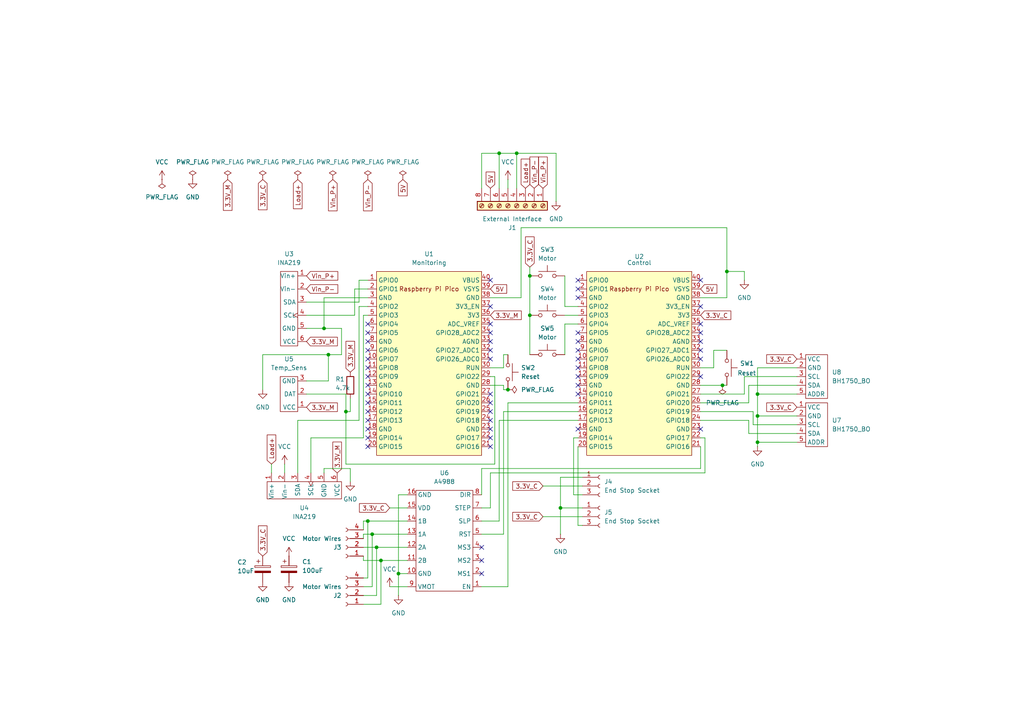
<source format=kicad_sch>
(kicad_sch (version 20231120) (generator "eeschema") (generator_version "8.0")
  (paper "A4")
  (title_block (title "SOL PCB") (date "2024-04-22") (rev "1") (company "Boston University"))
  (lib_symbols
    (symbol "Connector:Conn_01x03_Socket" (pin_names (offset 1.016) hide)
      (property "Reference" "J" (at 0 5.08 0))
      (property "Value" "Conn_01x03_Socket" (at 0 -5.08 0))
      (symbol "Conn_01x03_Socket_1_1"
        (arc (start 0 -2.032) (mid -0.5058 -2.54) (end 0 -3.048) (stroke (width 0.1524)))
        (polyline (pts (xy -1.27 -2.54) (xy -0.508 -2.54)) (stroke (width 0.1524)))
        (polyline (pts (xy -1.27 0) (xy -0.508 0)) (stroke (width 0.1524)))
        (polyline (pts (xy -1.27 2.54) (xy -0.508 2.54)) (stroke (width 0.1524)))
        (arc (start 0 0.508) (mid -0.5058 0) (end 0 -0.508) (stroke (width 0.1524)))
        (arc (start 0 3.048) (mid -0.5058 2.54) (end 0 2.032) (stroke (width 0.1524)))
        (pin passive line (at -5.08 2.54 0) (length 3.81) (name "Pin_1") (number "1"))
        (pin passive line (at -5.08 0 0) (length 3.81) (name "Pin_2") (number "2"))
        (pin passive line (at -5.08 -2.54 0) (length 3.81) (name "Pin_3") (number "3"))
      )
    )
    (symbol "Connector:Conn_01x04_Socket" (pin_names (offset 1.016) hide)
      (property "Reference" "J" (at 0 5.08 0))
      (property "Value" "Conn_01x04_Socket" (at 0 -7.62 0))
      (symbol "Conn_01x04_Socket_1_1"
        (arc (start 0 -4.572) (mid -0.5058 -5.08) (end 0 -5.588) (stroke (width 0.1524)))
        (arc (start 0 -2.032) (mid -0.5058 -2.54) (end 0 -3.048) (stroke (width 0.1524)))
        (polyline (pts (xy -1.27 -5.08) (xy -0.508 -5.08)) (stroke (width 0.1524)))
        (polyline (pts (xy -1.27 -2.54) (xy -0.508 -2.54)) (stroke (width 0.1524)))
        (polyline (pts (xy -1.27 0) (xy -0.508 0)) (stroke (width 0.1524)))
        (polyline (pts (xy -1.27 2.54) (xy -0.508 2.54)) (stroke (width 0.1524)))
        (arc (start 0 0.508) (mid -0.5058 0) (end 0 -0.508) (stroke (width 0.1524)))
        (arc (start 0 3.048) (mid -0.5058 2.54) (end 0 2.032) (stroke (width 0.1524)))
        (pin passive line (at -5.08 2.54 0) (length 3.81) (name "Pin_1") (number "1"))
        (pin passive line (at -5.08 0 0) (length 3.81) (name "Pin_2") (number "2"))
        (pin passive line (at -5.08 -2.54 0) (length 3.81) (name "Pin_3") (number "3"))
        (pin passive line (at -5.08 -5.08 0) (length 3.81) (name "Pin_4") (number "4"))
      )
    )
    (symbol "Connector:Screw_Terminal_01x08" (pin_names (offset 1.016) hide)
      (property "Reference" "J" (at 0 10.16 0))
      (property "Value" "Screw_Terminal_01x08" (at 0 -12.7 0))
      (symbol "Screw_Terminal_01x08_1_1"
        (rectangle (start -1.27 8.89) (end 1.27 -11.43) (stroke (width 0.254)) (fill (type background)))
        (circle (center 0 -10.16) (radius 0.635) (stroke (width 0.1524)))
        (circle (center 0 -7.62) (radius 0.635) (stroke (width 0.1524)))
        (circle (center 0 -5.08) (radius 0.635) (stroke (width 0.1524)))
        (circle (center 0 -2.54) (radius 0.635) (stroke (width 0.1524)))
        (polyline (pts (xy -0.5334 -9.8298) (xy 0.3302 -10.668)) (stroke (width 0.1524)))
        (polyline (pts (xy -0.5334 -7.2898) (xy 0.3302 -8.128)) (stroke (width 0.1524)))
        (polyline (pts (xy -0.5334 -4.7498) (xy 0.3302 -5.588)) (stroke (width 0.1524)))
        (polyline (pts (xy -0.5334 -2.2098) (xy 0.3302 -3.048)) (stroke (width 0.1524)))
        (polyline (pts (xy -0.5334 0.3302) (xy 0.3302 -0.508)) (stroke (width 0.1524)))
        (polyline (pts (xy -0.5334 2.8702) (xy 0.3302 2.032)) (stroke (width 0.1524)))
        (polyline (pts (xy -0.5334 5.4102) (xy 0.3302 4.572)) (stroke (width 0.1524)))
        (polyline (pts (xy -0.5334 7.9502) (xy 0.3302 7.112)) (stroke (width 0.1524)))
        (polyline (pts (xy -0.3556 -9.652) (xy 0.508 -10.4902)) (stroke (width 0.1524)))
        (polyline (pts (xy -0.3556 -7.112) (xy 0.508 -7.9502)) (stroke (width 0.1524)))
        (polyline (pts (xy -0.3556 -4.572) (xy 0.508 -5.4102)) (stroke (width 0.1524)))
        (polyline (pts (xy -0.3556 -2.032) (xy 0.508 -2.8702)) (stroke (width 0.1524)))
        (polyline (pts (xy -0.3556 0.508) (xy 0.508 -0.3302)) (stroke (width 0.1524)))
        (polyline (pts (xy -0.3556 3.048) (xy 0.508 2.2098)) (stroke (width 0.1524)))
        (polyline (pts (xy -0.3556 5.588) (xy 0.508 4.7498)) (stroke (width 0.1524)))
        (polyline (pts (xy -0.3556 8.128) (xy 0.508 7.2898)) (stroke (width 0.1524)))
        (circle (center 0 0) (radius 0.635) (stroke (width 0.1524)))
        (circle (center 0 2.54) (radius 0.635) (stroke (width 0.1524)))
        (circle (center 0 5.08) (radius 0.635) (stroke (width 0.1524)))
        (circle (center 0 7.62) (radius 0.635) (stroke (width 0.1524)))
        (pin passive line (at -5.08 7.62 0) (length 3.81) (name "Pin_1") (number "1"))
        (pin passive line (at -5.08 5.08 0) (length 3.81) (name "Pin_2") (number "2"))
        (pin passive line (at -5.08 2.54 0) (length 3.81) (name "Pin_3") (number "3"))
        (pin passive line (at -5.08 0 0) (length 3.81) (name "Pin_4") (number "4"))
        (pin passive line (at -5.08 -2.54 0) (length 3.81) (name "Pin_5") (number "5"))
        (pin passive line (at -5.08 -5.08 0) (length 3.81) (name "Pin_6") (number "6"))
        (pin passive line (at -5.08 -7.62 0) (length 3.81) (name "Pin_7") (number "7"))
        (pin passive line (at -5.08 -10.16 0) (length 3.81) (name "Pin_8") (number "8"))
      )
    )
    (symbol "Device:C_Polarized" (pin_numbers hide) (pin_names (offset 0.254))
      (property "Reference" "C" (at 0.635 2.54 0))
      (property "Value" "C_Polarized" (at 0.635 -2.54 0))
      (symbol "C_Polarized_0_1"
        (rectangle (start -2.286 0.508) (end 2.286 1.016))
        (polyline (pts (xy -1.778 2.286) (xy -0.762 2.286)))
        (polyline (pts (xy -1.27 2.794) (xy -1.27 1.778)))
        (rectangle (start 2.286 -0.508) (end -2.286 -1.016) (fill (type outline)))
      )
      (symbol "C_Polarized_1_1"
        (pin passive line (at 0 3.81 270) (length 2.794) (name "~") (number "1"))
        (pin passive line (at 0 -3.81 90) (length 2.794) (name "~") (number "2"))
      )
    )
    (symbol "Device:R" (pin_numbers hide) (pin_names (offset 0))
      (property "Reference" "R" (at 2.032 0 90))
      (property "Value" "R" (at 0 0 90))
      (symbol "R_0_1"
        (rectangle (start -1.016 -2.54) (end 1.016 2.54) (stroke (width 0.254)))
      )
      (symbol "R_1_1"
        (pin passive line (at 0 3.81 270) (length 1.27) (name "~") (number "1"))
        (pin passive line (at 0 -3.81 90) (length 1.27) (name "~") (number "2"))
      )
    )
    (symbol "INA219_ADA_1"
      (property "Reference" "U3" (at 26.67 2.5 90))
      (property "Value" "INA219" (at 24.13 2.5 90))
      (symbol "INA219_ADA_1_1_1"
        (rectangle (start 0 5) (end 21.59 0))
        (pin bidirectional line (at 20.32 -2.54 90) (length 2.54) (name "Vin+") (number "1"))
        (pin bidirectional line (at 16.51 -2.54 90) (length 2.54) (name "Vin-") (number "2"))
        (pin bidirectional line (at 12.7 -2.54 90) (length 2.54) (name "SDA") (number "3"))
        (pin bidirectional clock (at 8.89 -2.54 90) (length 2.54) (name "SCL") (number "4"))
        (pin bidirectional line (at 5.08 -2.54 90) (length 2.54) (name "GND") (number "5"))
        (pin bidirectional line (at 1.27 -2.54 90) (length 2.54) (name "VCC") (number "6"))
      )
    )
    (symbol "MCU_RaspberryPi_and_Boards:Pico"
      (property "Reference" "U" (at -13.97 27.94 0))
      (property "Value" "Pico" (at 0 19.05 0))
      (symbol "Pico_0_0"
        (text "Raspberry Pi Pico" (at 0 21.59 0) (effects (font (size 1.27 1.27))))
      )
      (symbol "Pico_0_1"
        (rectangle (start -15.24 26.67) (end 15.24 -26.67) (fill (type background)))
      )
      (symbol "Pico_1_1"
        (pin bidirectional line (at -17.78 24.13 0) (length 2.54) (name "GPIO0") (number "1"))
        (pin bidirectional line (at -17.78 1.27 0) (length 2.54) (name "GPIO7") (number "10"))
        (pin bidirectional line (at -17.78 -1.27 0) (length 2.54) (name "GPIO8") (number "11"))
        (pin bidirectional line (at -17.78 -3.81 0) (length 2.54) (name "GPIO9") (number "12"))
        (pin power_in line (at -17.78 -6.35 0) (length 2.54) (name "GND") (number "13"))
        (pin bidirectional line (at -17.78 -8.89 0) (length 2.54) (name "GPIO10") (number "14"))
        (pin bidirectional line (at -17.78 -11.43 0) (length 2.54) (name "GPIO11") (number "15"))
        (pin bidirectional line (at -17.78 -13.97 0) (length 2.54) (name "GPIO12") (number "16"))
        (pin bidirectional line (at -17.78 -16.51 0) (length 2.54) (name "GPIO13") (number "17"))
        (pin power_in line (at -17.78 -19.05 0) (length 2.54) (name "GND") (number "18"))
        (pin bidirectional line (at -17.78 -21.59 0) (length 2.54) (name "GPIO14") (number "19"))
        (pin bidirectional line (at -17.78 21.59 0) (length 2.54) (name "GPIO1") (number "2"))
        (pin bidirectional line (at -17.78 -24.13 0) (length 2.54) (name "GPIO15") (number "20"))
        (pin bidirectional line (at 17.78 -24.13 180) (length 2.54) (name "GPIO16") (number "21"))
        (pin bidirectional line (at 17.78 -21.59 180) (length 2.54) (name "GPIO17") (number "22"))
        (pin power_in line (at 17.78 -19.05 180) (length 2.54) (name "GND") (number "23"))
        (pin bidirectional line (at 17.78 -16.51 180) (length 2.54) (name "GPIO18") (number "24"))
        (pin bidirectional line (at 17.78 -13.97 180) (length 2.54) (name "GPIO19") (number "25"))
        (pin bidirectional line (at 17.78 -11.43 180) (length 2.54) (name "GPIO20") (number "26"))
        (pin bidirectional line (at 17.78 -8.89 180) (length 2.54) (name "GPIO21") (number "27"))
        (pin power_in line (at 17.78 -6.35 180) (length 2.54) (name "GND") (number "28"))
        (pin bidirectional line (at 17.78 -3.81 180) (length 2.54) (name "GPIO22") (number "29"))
        (pin power_in line (at -17.78 19.05 0) (length 2.54) (name "GND") (number "3"))
        (pin input line (at 17.78 -1.27 180) (length 2.54) (name "RUN") (number "30"))
        (pin bidirectional line (at 17.78 1.27 180) (length 2.54) (name "GPIO26_ADC0") (number "31"))
        (pin bidirectional line (at 17.78 3.81 180) (length 2.54) (name "GPIO27_ADC1") (number "32"))
        (pin power_in line (at 17.78 6.35 180) (length 2.54) (name "AGND") (number "33"))
        (pin bidirectional line (at 17.78 8.89 180) (length 2.54) (name "GPIO28_ADC2") (number "34"))
        (pin power_in line (at 17.78 11.43 180) (length 2.54) (name "ADC_VREF") (number "35"))
        (pin power_in line (at 17.78 13.97 180) (length 2.54) (name "3V3") (number "36"))
        (pin input line (at 17.78 16.51 180) (length 2.54) (name "3V3_EN") (number "37"))
        (pin bidirectional line (at 17.78 19.05 180) (length 2.54) (name "GND") (number "38"))
        (pin power_in line (at 17.78 21.59 180) (length 2.54) (name "VSYS") (number "39"))
        (pin bidirectional line (at -17.78 16.51 0) (length 2.54) (name "GPIO2") (number "4"))
        (pin power_in line (at 17.78 24.13 180) (length 2.54) (name "VBUS") (number "40"))
        (pin bidirectional line (at -17.78 13.97 0) (length 2.54) (name "GPIO3") (number "5"))
        (pin bidirectional line (at -17.78 11.43 0) (length 2.54) (name "GPIO4") (number "6"))
        (pin bidirectional line (at -17.78 8.89 0) (length 2.54) (name "GPIO5") (number "7"))
        (pin power_in line (at -17.78 6.35 0) (length 2.54) (name "GND") (number "8"))
        (pin bidirectional line (at -17.78 3.81 0) (length 2.54) (name "GPIO6") (number "9"))
      )
    )
    (symbol "SOL:A4988_BO"
      (property "Reference" "U" (at 8.382 32.258 0))
      (property "Value" "A4988" (at 8.382 30.226 0))
      (symbol "A4988_BO_1_1"
        (rectangle (start 0 29.21) (end 16.51 0))
        (pin unspecified line (at -2.54 27.94 0) (length 2.54) (name "EN") (number "1"))
        (pin unspecified line (at 19.05 24.13 180) (length 2.54) (name "GND") (number "10"))
        (pin unspecified line (at 19.05 20.32 180) (length 2.54) (name "2B") (number "11"))
        (pin unspecified line (at 19.05 16.51 180) (length 2.54) (name "2A") (number "12"))
        (pin unspecified line (at 19.05 12.7 180) (length 2.54) (name "1A") (number "13"))
        (pin unspecified line (at 19.05 8.89 180) (length 2.54) (name "1B") (number "14"))
        (pin unspecified line (at 19.05 5.08 180) (length 2.54) (name "VDD") (number "15"))
        (pin unspecified line (at 19.05 1.27 180) (length 2.54) (name "GND") (number "16"))
        (pin unspecified line (at -2.54 24.13 0) (length 2.54) (name "MS1") (number "2"))
        (pin unspecified line (at -2.54 20.32 0) (length 2.54) (name "MS2") (number "3"))
        (pin unspecified line (at -2.54 16.51 0) (length 2.54) (name "MS3") (number "4"))
        (pin unspecified line (at -2.54 12.7 0) (length 2.54) (name "RST") (number "5"))
        (pin unspecified line (at -2.54 8.89 0) (length 2.54) (name "SLP") (number "6"))
        (pin unspecified line (at -2.54 5.08 0) (length 2.54) (name "STEP") (number "7"))
        (pin unspecified line (at -2.54 1.27 0) (length 2.54) (name "DIR") (number "8"))
        (pin unspecified line (at 19.05 27.94 180) (length 2.54) (name "VMOT") (number "9"))
      )
    )
    (symbol "SOL:BH1750"
      (property "Reference" "U" (at 9.652 10.414 0))
      (property "Value" "BH1750_BO" (at 9.652 8.128 0))
      (symbol "BH1750_1_1"
        (rectangle (start 2.54 6.35) (end 15.24 0))
        (pin power_in line (at 3.81 -2.54 90) (length 2.54) (name "VCC") (number "1"))
        (pin power_in line (at 6.35 -2.54 90) (length 2.54) (name "GND") (number "2"))
        (pin unspecified line (at 8.89 -2.54 90) (length 2.54) (name "SCL") (number "3"))
        (pin unspecified line (at 11.43 -2.54 90) (length 2.54) (name "SDA") (number "4"))
        (pin unspecified line (at 13.97 -2.54 90) (length 2.54) (name "ADDR") (number "5"))
      )
    )
    (symbol "SOL:INA219_ADA"
      (property "Reference" "U4" (at 10.795 7.62 0))
      (property "Value" "INA219" (at 10.795 10.16 0))
      (symbol "INA219_ADA_1_1"
        (rectangle (start 0 5) (end 21.59 0))
        (pin bidirectional line (at 20.32 -2.54 90) (length 2.54) (name "Vin+") (number "1"))
        (pin bidirectional line (at 16.51 -2.54 90) (length 2.54) (name "Vin-") (number "2"))
        (pin bidirectional line (at 12.7 -2.54 90) (length 2.54) (name "SDA") (number "3"))
        (pin bidirectional clock (at 8.89 -2.54 90) (length 2.54) (name "SCL") (number "4"))
        (pin bidirectional line (at 5.08 -2.54 90) (length 2.54) (name "GND") (number "5"))
        (pin bidirectional line (at 1.27 -2.54 90) (length 2.54) (name "VCC") (number "6"))
      )
    )
    (symbol "SOL:Temp_Sens"
      (property "Reference" "U" (at 5.08 8.128 0))
      (property "Value" "Temp_Sens" (at 5.08 6.35 0))
      (symbol "Temp_Sens_1_1"
        (rectangle (start 0 5.08) (end 10.16 0))
        (pin unspecified line (at 1.27 -2.54 90) (length 2.54) (name "VCC") (number "1"))
        (pin unspecified line (at 5.08 -2.54 90) (length 2.54) (name "DAT") (number "2"))
        (pin unspecified line (at 8.89 -2.54 90) (length 2.54) (name "GND") (number "3"))
      )
    )
    (symbol "Switch:SW_Push" (pin_numbers hide) (pin_names (offset 1.016) hide)
      (property "Reference" "SW" (at 1.27 2.54 0))
      (property "Value" "SW_Push" (at 0 -1.524 0))
      (symbol "SW_Push_0_1"
        (circle (center -2.032 0) (radius 0.508))
        (polyline (pts (xy 0 1.27) (xy 0 3.048)))
        (polyline (pts (xy 2.54 1.27) (xy -2.54 1.27)))
        (circle (center 2.032 0) (radius 0.508))
        (pin passive line (at -5.08 0 0) (length 2.54) (name "1") (number "1"))
        (pin passive line (at 5.08 0 180) (length 2.54) (name "2") (number "2"))
      )
    )
    (symbol "power:GND" (power) (pin_numbers hide) (pin_names (offset 0) hide)
      (property "Value" "GND" (at 0 -3.81 0))
      (symbol "GND_0_1"
        (polyline (pts (xy 0 0) (xy 0 -1.27) (xy 1.27 -1.27) (xy 0 -2.54) (xy -1.27 -1.27) (xy 0 -1.27)))
      )
      (symbol "GND_1_1"
        (pin power_in line (at 0 0 270) (length 0) (name "~") (number "1"))
      )
    )
    (symbol "power:PWR_FLAG" (power) (pin_numbers hide) (pin_names (offset 0) hide)
      (property "Value" "PWR_FLAG" (at 0 3.81 0))
      (symbol "PWR_FLAG_0_0"
        (pin power_out line (at 0 0 90) (length 0) (name "~") (number "1"))
      )
      (symbol "PWR_FLAG_0_1"
        (polyline (pts (xy 0 0) (xy 0 1.27) (xy -1.016 1.905) (xy 0 2.54) (xy 1.016 1.905) (xy 0 1.27)))
      )
    )
    (symbol "power:VCC" (power) (pin_numbers hide) (pin_names (offset 0) hide)
      (property "Value" "VCC" (at 0 3.556 0))
      (symbol "VCC_0_1"
        (polyline (pts (xy -0.762 1.27) (xy 0 2.54)))
        (polyline (pts (xy 0 0) (xy 0 2.54)))
        (polyline (pts (xy 0 2.54) (xy 0.762 1.27)))
      )
      (symbol "VCC_1_1"
        (pin power_in line (at 0 0 90) (length 0) (name "~") (number "1"))
      )
    )
  )
  (junction (at 210.82 78.74))
  (junction (at 110.49 162.56))
  (junction (at 153.67 80.01))
  (junction (at 95.25 102.87))
  (junction (at 209.55 111.76))
  (junction (at 109.22 158.75))
  (junction (at 107.95 154.94))
  (junction (at 149.86 44.45))
  (junction (at 106.68 151.13))
  (junction (at 100.33 119.38))
  (junction (at 144.78 44.45))
  (junction (at 162.56 147.32))
  (junction (at 93.98 95.25))
  (junction (at 115.57 166.37))
  (junction (at 219.71 128.27))
  (junction (at 147.32 113.03))
  (junction (at 219.71 114.3))
  (junction (at 219.71 120.65))
  (junction (at 153.67 91.44))
  (no_connect (at 106.68 109.22))
  (no_connect (at 142.24 124.46))
  (no_connect (at 142.24 104.14))
  (no_connect (at 106.68 111.76))
  (no_connect (at 142.24 101.6))
  (no_connect (at 203.2 101.6))
  (no_connect (at 167.64 111.76))
  (no_connect (at 203.2 81.28))
  (no_connect (at 167.64 81.28))
  (no_connect (at 203.2 104.14))
  (no_connect (at 106.68 101.6))
  (no_connect (at 106.68 129.54))
  (no_connect (at 106.68 119.38))
  (no_connect (at 203.2 109.22))
  (no_connect (at 142.24 93.98))
  (no_connect (at 167.64 99.06))
  (no_connect (at 106.68 121.92))
  (no_connect (at 142.24 121.92))
  (no_connect (at 167.64 104.14))
  (no_connect (at 106.68 104.14))
  (no_connect (at 106.68 106.68))
  (no_connect (at 203.2 93.98))
  (no_connect (at 139.7 166.37))
  (no_connect (at 106.68 96.52))
  (no_connect (at 167.64 96.52))
  (no_connect (at 203.2 96.52))
  (no_connect (at 142.24 96.52))
  (no_connect (at 167.64 124.46))
  (no_connect (at 142.24 116.84))
  (no_connect (at 167.64 109.22))
  (no_connect (at 167.64 83.82))
  (no_connect (at 106.68 114.3))
  (no_connect (at 142.24 99.06))
  (no_connect (at 139.7 158.75))
  (no_connect (at 106.68 124.46))
  (no_connect (at 142.24 88.9))
  (no_connect (at 203.2 88.9))
  (no_connect (at 106.68 127))
  (no_connect (at 106.68 116.84))
  (no_connect (at 203.2 124.46))
  (no_connect (at 167.64 114.3))
  (no_connect (at 139.7 162.56))
  (no_connect (at 106.68 99.06))
  (no_connect (at 167.64 106.68))
  (no_connect (at 142.24 129.54))
  (no_connect (at 142.24 127))
  (no_connect (at 142.24 114.3))
  (no_connect (at 142.24 81.28))
  (no_connect (at 167.64 101.6))
  (no_connect (at 203.2 99.06))
  (no_connect (at 106.68 93.98))
  (no_connect (at 167.64 86.36))
  (no_connect (at 142.24 119.38))
  (wire (pts (xy 76.2 102.87) (xy 95.25 102.87)))
  (wire (pts (xy 99.06 95.25) (xy 99.06 102.87)))
  (wire (pts (xy 88.9 114.3) (xy 100.33 114.3)))
  (wire (pts (xy 204.47 127) (xy 203.2 127)))
  (wire (pts (xy 118.11 143.51) (xy 115.57 143.51)))
  (wire (pts (xy 105.41 158.75) (xy 109.22 158.75)))
  (wire (pts (xy 166.37 143.51) (xy 168.91 143.51)))
  (wire (pts (xy 144.78 121.92) (xy 167.64 121.92)))
  (wire (pts (xy 105.41 162.56) (xy 105.41 161.29)))
  (wire (pts (xy 157.48 149.86) (xy 168.91 149.86)))
  (wire (pts (xy 106.68 151.13) (xy 105.41 151.13)))
  (wire (pts (xy 147.32 170.18) (xy 139.7 170.18)))
  (wire (pts (xy 146.05 119.38) (xy 146.05 154.94)))
  (wire (pts (xy 143.51 109.22) (xy 142.24 109.22)))
  (wire (pts (xy 157.48 140.97) (xy 168.91 140.97)))
  (wire (pts (xy 209.55 111.76) (xy 210.82 111.76)))
  (wire (pts (xy 102.87 91.44) (xy 88.9 91.44)))
  (wire (pts (xy 153.67 80.01) (xy 153.67 91.44)))
  (wire (pts (xy 144.78 44.45) (xy 149.86 44.45)))
  (wire (pts (xy 142.24 147.32) (xy 142.24 137.16)))
  (wire (pts (xy 146.05 111.76) (xy 146.05 113.03)))
  (wire (pts (xy 104.14 81.28) (xy 106.68 81.28)))
  (wire (pts (xy 162.56 147.32) (xy 168.91 147.32)))
  (wire (pts (xy 118.11 154.94) (xy 107.95 154.94)))
  (wire (pts (xy 219.71 128.27) (xy 219.71 129.54)))
  (wire (pts (xy 217.17 111.76) (xy 217.17 116.84)))
  (wire (pts (xy 166.37 127) (xy 166.37 143.51)))
  (wire (pts (xy 218.44 119.38) (xy 218.44 123.19)))
  (wire (pts (xy 168.91 138.43) (xy 162.56 138.43)))
  (wire (pts (xy 139.7 44.45) (xy 144.78 44.45)))
  (wire (pts (xy 217.17 125.73) (xy 217.17 121.92)))
  (wire (pts (xy 149.86 44.45) (xy 149.86 54.61)))
  (wire (pts (xy 143.51 134.62) (xy 143.51 109.22)))
  (wire (pts (xy 203.2 135.89) (xy 203.2 129.54)))
  (wire (pts (xy 146.05 154.94) (xy 139.7 154.94)))
  (wire (pts (xy 167.64 127) (xy 166.37 127)))
  (wire (pts (xy 88.9 95.25) (xy 93.98 95.25)))
  (wire (pts (xy 167.64 152.4) (xy 168.91 152.4)))
  (wire (pts (xy 106.68 91.44) (xy 105.41 91.44)))
  (wire (pts (xy 100.33 134.62) (xy 143.51 134.62)))
  (wire (pts (xy 95.25 102.87) (xy 95.25 110.49)))
  (wire (pts (xy 203.2 111.76) (xy 209.55 111.76)))
  (wire (pts (xy 217.17 116.84) (xy 203.2 116.84)))
  (wire (pts (xy 162.56 138.43) (xy 162.56 147.32)))
  (wire (pts (xy 231.14 109.22) (xy 215.9 109.22)))
  (wire (pts (xy 93.98 137.16) (xy 93.98 135.89)))
  (wire (pts (xy 163.83 93.98) (xy 163.83 102.87)))
  (wire (pts (xy 210.82 66.04) (xy 210.82 78.74)))
  (wire (pts (xy 110.49 162.56) (xy 105.41 162.56)))
  (wire (pts (xy 231.14 111.76) (xy 217.17 111.76)))
  (wire (pts (xy 215.9 78.74) (xy 210.82 78.74)))
  (wire (pts (xy 104.14 121.92) (xy 104.14 88.9)))
  (wire (pts (xy 93.98 135.89) (xy 101.6 135.89)))
  (wire (pts (xy 107.95 170.18) (xy 105.41 170.18)))
  (wire (pts (xy 107.95 154.94) (xy 105.41 154.94)))
  (wire (pts (xy 100.33 119.38) (xy 100.33 114.3)))
  (wire (pts (xy 162.56 147.32) (xy 162.56 154.94)))
  (wire (pts (xy 144.78 54.61) (xy 144.78 44.45)))
  (wire (pts (xy 102.87 83.82) (xy 102.87 91.44)))
  (wire (pts (xy 100.33 119.38) (xy 100.33 134.62)))
  (wire (pts (xy 167.64 116.84) (xy 147.32 116.84)))
  (wire (pts (xy 109.22 158.75) (xy 118.11 158.75)))
  (wire (pts (xy 105.41 151.13) (xy 105.41 153.67)))
  (wire (pts (xy 142.24 137.16) (xy 204.47 137.16)))
  (wire (pts (xy 118.11 151.13) (xy 106.68 151.13)))
  (wire (pts (xy 147.32 52.07) (xy 147.32 54.61)))
  (wire (pts (xy 76.2 102.87) (xy 76.2 113.03)))
  (wire (pts (xy 167.64 88.9) (xy 163.83 88.9)))
  (wire (pts (xy 163.83 88.9) (xy 163.83 80.01)))
  (wire (pts (xy 90.17 127) (xy 90.17 137.16)))
  (wire (pts (xy 219.71 120.65) (xy 219.71 128.27)))
  (wire (pts (xy 109.22 172.72) (xy 105.41 172.72)))
  (wire (pts (xy 167.64 129.54) (xy 167.64 152.4)))
  (wire (pts (xy 101.6 119.38) (xy 100.33 119.38)))
  (wire (pts (xy 139.7 143.51) (xy 139.7 135.89)))
  (wire (pts (xy 161.29 58.42) (xy 161.29 44.45)))
  (wire (pts (xy 115.57 166.37) (xy 115.57 172.72)))
  (wire (pts (xy 105.41 91.44) (xy 105.41 127)))
  (wire (pts (xy 149.86 44.45) (xy 161.29 44.45)))
  (wire (pts (xy 147.32 116.84) (xy 147.32 170.18)))
  (wire (pts (xy 144.78 151.13) (xy 144.78 121.92)))
  (wire (pts (xy 215.9 114.3) (xy 203.2 114.3)))
  (wire (pts (xy 231.14 114.3) (xy 219.71 114.3)))
  (wire (pts (xy 118.11 162.56) (xy 110.49 162.56)))
  (wire (pts (xy 110.49 175.26) (xy 105.41 175.26)))
  (wire (pts (xy 210.82 78.74) (xy 210.82 86.36)))
  (wire (pts (xy 215.9 81.28) (xy 215.9 78.74)))
  (wire (pts (xy 113.03 170.18) (xy 118.11 170.18)))
  (wire (pts (xy 215.9 109.22) (xy 215.9 114.3)))
  (wire (pts (xy 88.9 110.49) (xy 95.25 110.49)))
  (wire (pts (xy 231.14 106.68) (xy 219.71 106.68)))
  (wire (pts (xy 105.41 154.94) (xy 105.41 156.21)))
  (wire (pts (xy 153.67 77.47) (xy 153.67 80.01)))
  (wire (pts (xy 109.22 158.75) (xy 109.22 172.72)))
  (wire (pts (xy 142.24 86.36) (xy 151.13 86.36)))
  (wire (pts (xy 219.71 114.3) (xy 219.71 120.65)))
  (wire (pts (xy 203.2 106.68) (xy 207.01 106.68)))
  (wire (pts (xy 88.9 87.63) (xy 104.14 87.63)))
  (wire (pts (xy 78.74 134.62) (xy 78.74 137.16)))
  (wire (pts (xy 93.98 95.25) (xy 99.06 95.25)))
  (wire (pts (xy 142.24 106.68) (xy 146.05 106.68)))
  (wire (pts (xy 101.6 135.89) (xy 101.6 139.7)))
  (wire (pts (xy 93.98 86.36) (xy 93.98 95.25)))
  (wire (pts (xy 210.82 86.36) (xy 203.2 86.36)))
  (wire (pts (xy 146.05 113.03) (xy 147.32 113.03)))
  (wire (pts (xy 104.14 88.9) (xy 106.68 88.9)))
  (wire (pts (xy 207.01 101.6) (xy 210.82 101.6)))
  (wire (pts (xy 139.7 54.61) (xy 139.7 44.45)))
  (wire (pts (xy 139.7 135.89) (xy 203.2 135.89)))
  (wire (pts (xy 146.05 106.68) (xy 146.05 102.87)))
  (wire (pts (xy 151.13 86.36) (xy 151.13 66.04)))
  (wire (pts (xy 231.14 125.73) (xy 217.17 125.73)))
  (wire (pts (xy 99.06 102.87) (xy 95.25 102.87)))
  (wire (pts (xy 113.03 147.32) (xy 118.11 147.32)))
  (wire (pts (xy 86.36 137.16) (xy 86.36 121.92)))
  (wire (pts (xy 231.14 128.27) (xy 219.71 128.27)))
  (wire (pts (xy 167.64 93.98) (xy 163.83 93.98)))
  (wire (pts (xy 106.68 167.64) (xy 105.41 167.64)))
  (wire (pts (xy 142.24 111.76) (xy 146.05 111.76)))
  (wire (pts (xy 105.41 127) (xy 90.17 127)))
  (wire (pts (xy 219.71 106.68) (xy 219.71 114.3)))
  (wire (pts (xy 218.44 123.19) (xy 231.14 123.19)))
  (wire (pts (xy 107.95 154.94) (xy 107.95 170.18)))
  (wire (pts (xy 101.6 115.57) (xy 101.6 119.38)))
  (wire (pts (xy 106.68 86.36) (xy 93.98 86.36)))
  (wire (pts (xy 217.17 121.92) (xy 203.2 121.92)))
  (wire (pts (xy 102.87 83.82) (xy 106.68 83.82)))
  (wire (pts (xy 207.01 106.68) (xy 207.01 101.6)))
  (wire (pts (xy 203.2 119.38) (xy 218.44 119.38)))
  (wire (pts (xy 146.05 102.87) (xy 147.32 102.87)))
  (wire (pts (xy 110.49 162.56) (xy 110.49 175.26)))
  (wire (pts (xy 139.7 151.13) (xy 144.78 151.13)))
  (wire (pts (xy 86.36 121.92) (xy 104.14 121.92)))
  (wire (pts (xy 118.11 166.37) (xy 115.57 166.37)))
  (wire (pts (xy 204.47 137.16) (xy 204.47 127)))
  (wire (pts (xy 139.7 147.32) (xy 142.24 147.32)))
  (wire (pts (xy 115.57 143.51) (xy 115.57 166.37)))
  (wire (pts (xy 167.64 91.44) (xy 163.83 91.44)))
  (wire (pts (xy 153.67 91.44) (xy 153.67 102.87)))
  (wire (pts (xy 167.64 119.38) (xy 146.05 119.38)))
  (wire (pts (xy 151.13 66.04) (xy 210.82 66.04)))
  (wire (pts (xy 219.71 120.65) (xy 231.14 120.65)))
  (wire (pts (xy 82.55 134.62) (xy 82.55 137.16)))
  (wire (pts (xy 106.68 151.13) (xy 106.68 167.64)))
  (wire (pts (xy 104.14 87.63) (xy 104.14 81.28)))
  (global_label "5V" (shape input) (at 203.2 83.82 0) (property "Intersheetrefs" "${INTERSHEET_REFS}" (effects (hide yes))))
  (global_label "Load+" (shape input) (at 78.74 134.62 90) (property "Intersheetrefs" "${INTERSHEET_REFS}" (effects (hide yes))))
  (global_label "Vin_P+" (shape input) (at 88.9 80.01 0) (property "Intersheetrefs" "${INTERSHEET_REFS}" (effects (hide yes))))
  (global_label "3.3V_M" (shape input) (at 66.04 52.07 270) (property "Intersheetrefs" "${INTERSHEET_REFS}" (effects (hide yes))))
  (global_label "Vin_P-" (shape input) (at 154.94 54.61 90) (property "Intersheetrefs" "${INTERSHEET_REFS}" (effects (hide yes))))
  (global_label "3.3V_M" (shape input) (at 88.9 99.06 0) (property "Intersheetrefs" "${INTERSHEET_REFS}" (effects (hide yes))))
  (global_label "5V" (shape input) (at 142.24 54.61 90) (property "Intersheetrefs" "${INTERSHEET_REFS}" (effects (hide yes))))
  (global_label "3.3V_M" (shape input) (at 142.24 91.44 0) (property "Intersheetrefs" "${INTERSHEET_REFS}" (effects (hide yes))))
  (global_label "Load+" (shape input) (at 152.4 54.61 90) (property "Intersheetrefs" "${INTERSHEET_REFS}" (effects (hide yes))))
  (global_label "3.3V_C" (shape input) (at 231.14 104.14 180) (property "Intersheetrefs" "${INTERSHEET_REFS}" (effects (hide yes))))
  (global_label "3.3V_M" (shape input) (at 101.6 107.95 90) (property "Intersheetrefs" "${INTERSHEET_REFS}" (effects (hide yes))))
  (global_label "3.3V_C" (shape input) (at 203.2 91.44 0) (property "Intersheetrefs" "${INTERSHEET_REFS}" (effects (hide yes))))
  (global_label "5V" (shape input) (at 116.84 52.07 270) (property "Intersheetrefs" "${INTERSHEET_REFS}" (effects (hide yes))))
  (global_label "3.3V_C" (shape input) (at 153.67 77.47 90) (property "Intersheetrefs" "${INTERSHEET_REFS}" (effects (hide yes))))
  (global_label "Vin_P-" (shape input) (at 88.9 83.82 0) (property "Intersheetrefs" "${INTERSHEET_REFS}" (effects (hide yes))))
  (global_label "Vin_P-" (shape input) (at 106.68 52.07 270) (property "Intersheetrefs" "${INTERSHEET_REFS}" (effects (hide yes))))
  (global_label "3.3V_C" (shape input) (at 76.2 161.29 90) (property "Intersheetrefs" "${INTERSHEET_REFS}" (effects (hide yes))))
  (global_label "3.3V_C" (shape input) (at 76.2 52.07 270) (property "Intersheetrefs" "${INTERSHEET_REFS}" (effects (hide yes))))
  (global_label "3.3V_C" (shape input) (at 113.03 147.32 180) (property "Intersheetrefs" "${INTERSHEET_REFS}" (effects (hide yes))))
  (global_label "3.3V_M" (shape input) (at 97.79 137.16 90) (property "Intersheetrefs" "${INTERSHEET_REFS}" (effects (hide yes))))
  (global_label "5V" (shape input) (at 142.24 83.82 0) (property "Intersheetrefs" "${INTERSHEET_REFS}" (effects (hide yes))))
  (global_label "3.3V_M" (shape input) (at 88.9 118.11 0) (property "Intersheetrefs" "${INTERSHEET_REFS}" (effects (hide yes))))
  (global_label "3.3V_C" (shape input) (at 157.48 149.86 180) (property "Intersheetrefs" "${INTERSHEET_REFS}" (effects (hide yes))))
  (global_label "Vin_P+" (shape input) (at 96.52 52.07 270) (property "Intersheetrefs" "${INTERSHEET_REFS}" (effects (hide yes))))
  (global_label "Vin_P+" (shape input) (at 157.48 54.61 90) (property "Intersheetrefs" "${INTERSHEET_REFS}" (effects (hide yes))))
  (global_label "3.3V_C" (shape input) (at 231.14 118.11 180) (property "Intersheetrefs" "${INTERSHEET_REFS}" (effects (hide yes))))
  (global_label "3.3V_C" (shape input) (at 157.48 140.97 180) (property "Intersheetrefs" "${INTERSHEET_REFS}" (effects (hide yes))))
  (global_label "Load+" (shape input) (at 86.36 52.07 270) (property "Intersheetrefs" "${INTERSHEET_REFS}" (effects (hide yes))))
  (symbol (lib_id "power:PWR_FLAG") (at 46.99 52.07 180) (unit 1)
    (property "Reference" "#FLG02" (effects (hide yes)))
    (property "Value" "PWR_FLAG" (at 46.99 57.15 0))
    (property "Description" "Special symbol for telling ERC where power comes from" (effects (hide yes)))
  )
  (symbol (lib_id "Connector:Screw_Terminal_01x08") (at 149.86 59.69 270) (unit 1)
    (property "Reference" "J1" (at 148.59 66.04 90))
    (property "Value" "External Interface" (at 148.59 63.5 90))
    (property "Footprint" "TerminalBlock_Phoenix:TerminalBlock_Phoenix_MKDS-1,5-8_1x08_P5.00mm_Horizontal" (effects (hide yes)))
    (property "Description" "Generic screw terminal, single row, 01x08, script generated (kicad-library-utils/schlib/autogen/connector/)" (effects (hide yes)))
  )
  (symbol (lib_id "Switch:SW_Push") (at 158.75 102.87 0) (unit 1)
    (property "Reference" "SW5" (at 158.75 95.25 0))
    (property "Value" "Motor" (at 158.75 97.79 0))
    (property "Footprint" "Button_Switch_THT:SW_PUSH_6mm_H4.3mm" (effects (hide yes)))
    (property "Description" "Push button switch, generic, two pins" (effects (hide yes)))
  )
  (symbol (lib_id "power:GND") (at 162.56 154.94 0) (unit 1)
    (property "Reference" "#PWR05" (effects (hide yes)))
    (property "Value" "GND" (at 162.56 160.02 0))
    (property "Description" "Power symbol creates a global label with name \"GND\" , ground" (effects (hide yes)))
  )
  (symbol (lib_id "power:GND") (at 215.9 81.28 0) (unit 1)
    (property "Reference" "#PWR016" (effects (hide yes)))
    (property "Value" "GND" (at 215.9 86.36 0))
    (property "Description" "Power symbol creates a global label with name \"GND\" , ground" (effects (hide yes)))
  )
  (symbol (lib_id "power:PWR_FLAG") (at 116.84 52.07 0) (unit 1)
    (property "Reference" "#FLG09" (effects (hide yes)))
    (property "Value" "PWR_FLAG" (at 116.84 46.99 0))
    (property "Description" "Special symbol for telling ERC where power comes from" (effects (hide yes)))
  )
  (symbol (lib_id "SOL:BH1750") (at 233.68 114.3 270) (unit 1)
    (property "Reference" "U7" (at 241.3 121.9199 90) (effects (justify left)))
    (property "Value" "BH1750_BO" (at 241.3 124.4599 90) (effects (justify left)))
    (property "Footprint" "SOL:BH1750" (effects (hide yes)))
  )
  (symbol (lib_id "Switch:SW_Push") (at 147.32 107.95 270) (unit 1)
    (property "Reference" "SW2" (at 151.13 106.6799 90) (effects (justify left)))
    (property "Value" "Reset" (at 151.13 109.2199 90) (effects (justify left)))
    (property "Footprint" "Button_Switch_THT:SW_PUSH_6mm_H4.3mm" (effects (hide yes)))
    (property "Description" "Push button switch, generic, two pins" (effects (hide yes)))
  )
  (symbol (lib_id "Switch:SW_Push") (at 158.75 91.44 0) (unit 1)
    (property "Reference" "SW4" (at 158.75 83.82 0))
    (property "Value" "Motor" (at 158.75 86.36 0))
    (property "Footprint" "Button_Switch_THT:SW_PUSH_6mm_H4.3mm" (effects (hide yes)))
    (property "Description" "Push button switch, generic, two pins" (effects (hide yes)))
  )
  (symbol (lib_id "MCU_RaspberryPi_and_Boards:Pico") (at 124.46 105.41 0) (unit 1)
    (property "Reference" "U1" (at 124.46 73.66 0))
    (property "Value" "Monitoring" (at 124.46 76.2 0))
    (property "Footprint" "MCU_RaspberryPi_and_Boards:RPi_Pico_SMD_TH" (effects (hide yes)))
  )
  (symbol (lib_id "power:GND") (at 76.2 113.03 0) (unit 1)
    (property "Reference" "#PWR04" (effects (hide yes)))
    (property "Value" "GND" (at 76.2 118.11 0))
    (property "Description" "Power symbol creates a global label with name \"GND\" , ground" (effects (hide yes)))
  )
  (symbol (lib_id "power:GND") (at 101.6 139.7 0) (unit 1)
    (property "Reference" "#PWR015" (effects (hide yes)))
    (property "Value" "GND" (at 101.6 144.78 0))
    (property "Description" "Power symbol creates a global label with name \"GND\" , ground" (effects (hide yes)))
  )
  (symbol (lib_id "power:VCC") (at 147.32 52.07 0) (unit 1)
    (property "Reference" "#PWR03" (effects (hide yes)))
    (property "Value" "VCC" (at 147.32 46.99 0))
    (property "Description" "Power symbol creates a global label with name \"VCC\"" (effects (hide yes)))
  )
  (symbol (lib_id "Connector:Conn_01x03_Socket") (at 173.99 140.97 0) (unit 1)
    (property "Reference" "J4" (at 175.26 139.6999 0) (effects (justify left)))
    (property "Value" "End Stop Socket" (at 175.26 142.2399 0) (effects (justify left)))
    (property "Footprint" "Connector_PinSocket_2.54mm:PinSocket_1x03_P2.54mm_Vertical" (effects (hide yes)))
    (property "Description" "Generic connector, single row, 01x03, script generated" (effects (hide yes)))
  )
  (symbol (lib_id "power:GND") (at 55.88 52.07 0) (unit 1)
    (property "Reference" "#PWR014" (effects (hide yes)))
    (property "Value" "GND" (at 55.88 57.15 0))
    (property "Description" "Power symbol creates a global label with name \"GND\" , ground" (effects (hide yes)))
  )
  (symbol (lib_id "SOL:A4988_BO") (at 137.16 142.24 180) (unit 1)
    (property "Reference" "U6" (at 128.905 137.16 0))
    (property "Value" "A4988" (at 128.905 139.7 0))
    (property "Footprint" "SOL:A4988 Driver" (effects (hide yes)))
  )
  (symbol (lib_id "power:PWR_FLAG") (at 76.2 52.07 0) (unit 1)
    (property "Reference" "#FLG05" (effects (hide yes)))
    (property "Value" "PWR_FLAG" (at 76.2 46.99 0))
    (property "Description" "Special symbol for telling ERC where power comes from" (effects (hide yes)))
  )
  (symbol (lib_id "power:GND") (at 115.57 172.72 0) (unit 1)
    (property "Reference" "#PWR09" (effects (hide yes)))
    (property "Value" "GND" (at 115.57 177.8 0))
    (property "Description" "Power symbol creates a global label with name \"GND\" , ground" (effects (hide yes)))
  )
  (symbol (lib_id "power:PWR_FLAG") (at 106.68 52.07 0) (unit 1)
    (property "Reference" "#FLG08" (effects (hide yes)))
    (property "Value" "PWR_FLAG" (at 106.68 46.99 0))
    (property "Description" "Special symbol for telling ERC where power comes from" (effects (hide yes)))
  )
  (symbol (lib_id "power:GND") (at 161.29 58.42 0) (unit 1)
    (property "Reference" "#PWR02" (effects (hide yes)))
    (property "Value" "GND" (at 161.29 63.5 0))
    (property "Description" "Power symbol creates a global label with name \"GND\" , ground" (effects (hide yes)))
  )
  (symbol (lib_id "power:VCC") (at 46.99 52.07 0) (unit 1)
    (property "Reference" "#PWR013" (effects (hide yes)))
    (property "Value" "VCC" (at 46.99 46.99 0))
    (property "Description" "Power symbol creates a global label with name \"VCC\"" (effects (hide yes)))
  )
  (symbol (lib_id "power:PWR_FLAG") (at 96.52 52.07 0) (unit 1)
    (property "Reference" "#FLG07" (effects (hide yes)))
    (property "Value" "PWR_FLAG" (at 96.52 46.99 0))
    (property "Description" "Special symbol for telling ERC where power comes from" (effects (hide yes)))
  )
  (symbol (lib_id "Device:R") (at 101.6 111.76 0) (unit 1)
    (property "Reference" "R1" (at 97.282 109.982 0) (effects (justify left)))
    (property "Value" "4.7k" (at 97.282 112.522 0) (effects (justify left)))
    (property "Footprint" "Resistor_THT:R_Axial_DIN0207_L6.3mm_D2.5mm_P15.24mm_Horizontal" (effects (hide yes)))
    (property "Description" "Resistor" (effects (hide yes)))
  )
  (symbol (lib_id "Device:C_Polarized") (at 76.2 165.1 0) (unit 1)
    (property "Reference" "C2" (at 68.834 163.068 0) (effects (justify left)))
    (property "Value" "10uF" (at 68.834 165.608 0) (effects (justify left)))
    (property "Footprint" "Capacitor_THT:CP_Radial_D5.0mm_P2.50mm" (effects (hide yes)))
    (property "Description" "Polarized capacitor" (effects (hide yes)))
  )
  (symbol (lib_name "INA219_ADA_1") (lib_id "SOL:INA219_ADA") (at 86.36 100.33 90) (unit 1)
    (property "Reference" "U3" (at 83.86 73.66 90))
    (property "Value" "INA219" (at 83.86 76.2 90))
    (property "Footprint" "Adafruit_INA219_CurPowerMonitor:INA219_Breakout" (effects (hide yes)))
    (property "Description" "Current sensor breakoutboard" (effects (hide yes)))
  )
  (symbol (lib_id "power:GND") (at 83.82 168.91 0) (unit 1)
    (property "Reference" "#PWR011" (effects (hide yes)))
    (property "Value" "GND" (at 83.82 173.99 0))
    (property "Description" "Power symbol creates a global label with name \"GND\" , ground" (effects (hide yes)))
  )
  (symbol (lib_id "Connector:Conn_01x03_Socket") (at 173.99 149.86 0) (unit 1)
    (property "Reference" "J5" (at 175.26 148.5899 0) (effects (justify left)))
    (property "Value" "End Stop Socket" (at 175.26 151.1299 0) (effects (justify left)))
    (property "Footprint" "Connector_PinSocket_2.54mm:PinSocket_1x03_P2.54mm_Vertical" (effects (hide yes)))
    (property "Description" "Generic connector, single row, 01x03, script generated" (effects (hide yes)))
  )
  (symbol (lib_id "Switch:SW_Push") (at 210.82 106.68 270) (unit 1)
    (property "Reference" "SW1" (at 214.63 105.4099 90) (effects (justify left)))
    (property "Value" "Reset" (at 213.868 108.204 90) (effects (justify left)))
    (property "Footprint" "Button_Switch_THT:SW_PUSH_6mm_H4.3mm" (effects (hide yes)))
    (property "Description" "Push button switch, generic, two pins" (effects (hide yes)))
  )
  (symbol (lib_id "power:PWR_FLAG") (at 55.88 52.07 0) (unit 1)
    (property "Reference" "#FLG03" (effects (hide yes)))
    (property "Value" "PWR_FLAG" (at 55.88 46.99 0))
    (property "Description" "Special symbol for telling ERC where power comes from" (effects (hide yes)))
  )
  (symbol (lib_id "MCU_RaspberryPi_and_Boards:Pico") (at 185.42 105.41 0) (unit 1)
    (property "Reference" "U2" (at 185.42 74.422 0))
    (property "Value" "Control" (at 185.42 76.2 0))
    (property "Footprint" "MCU_RaspberryPi_and_Boards:RPi_Pico_SMD_TH" (effects (hide yes)))
  )
  (symbol (lib_id "Device:C_Polarized") (at 83.82 165.1 0) (unit 1)
    (property "Reference" "C1" (at 87.63 162.9409 0) (effects (justify left)))
    (property "Value" "100uF" (at 87.63 165.4809 0) (effects (justify left)))
    (property "Footprint" "Capacitor_THT:CP_Radial_D6.3mm_P2.50mm" (effects (hide yes)))
    (property "Description" "Polarized capacitor" (effects (hide yes)))
  )
  (symbol (lib_id "SOL:BH1750") (at 233.68 100.33 270) (unit 1)
    (property "Reference" "U8" (at 241.3 107.9499 90) (effects (justify left)))
    (property "Value" "BH1750_BO" (at 241.3 110.4899 90) (effects (justify left)))
    (property "Footprint" "SOL:BH1750" (effects (hide yes)))
  )
  (symbol (lib_id "power:GND") (at 76.2 168.91 0) (unit 1)
    (property "Reference" "#PWR012" (effects (hide yes)))
    (property "Value" "GND" (at 76.2 173.99 0))
    (property "Description" "Power symbol creates a global label with name \"GND\" , ground" (effects (hide yes)))
  )
  (symbol (lib_id "power:GND") (at 219.71 129.54 0) (unit 1)
    (property "Reference" "#PWR07" (effects (hide yes)))
    (property "Value" "GND" (at 219.71 134.62 0))
    (property "Description" "Power symbol creates a global label with name \"GND\" , ground" (effects (hide yes)))
  )
  (symbol (lib_id "power:PWR_FLAG") (at 147.32 113.03 270) (unit 1)
    (property "Reference" "#FLG01" (effects (hide yes)))
    (property "Value" "PWR_FLAG" (at 151.13 113.0299 90) (effects (justify left)))
    (property "Description" "Special symbol for telling ERC where power comes from" (effects (hide yes)))
  )
  (symbol (lib_id "power:VCC") (at 113.03 170.18 0) (unit 1)
    (property "Reference" "#PWR08" (effects (hide yes)))
    (property "Value" "VCC" (at 113.03 165.1 0))
    (property "Description" "Power symbol creates a global label with name \"VCC\"" (effects (hide yes)))
  )
  (symbol (lib_id "Connector:Conn_01x04_Socket") (at 100.33 158.75 180) (unit 1)
    (property "Reference" "J3" (at 99.06 158.7501 0) (effects (justify left)))
    (property "Value" "Motor Wires" (at 99.06 156.2101 0) (effects (justify left)))
    (property "Footprint" "Connector_PinSocket_2.54mm:PinSocket_1x04_P2.54mm_Vertical" (effects (hide yes)))
    (property "Description" "Generic connector, single row, 01x04, script generated" (effects (hide yes)))
  )
  (symbol (lib_id "power:PWR_FLAG") (at 86.36 52.07 0) (unit 1)
    (property "Reference" "#FLG06" (effects (hide yes)))
    (property "Value" "PWR_FLAG" (at 86.36 46.99 0))
    (property "Description" "Special symbol for telling ERC where power comes from" (effects (hide yes)))
  )
  (symbol (lib_id "power:VCC") (at 83.82 161.29 0) (unit 1)
    (property "Reference" "#PWR010" (effects (hide yes)))
    (property "Value" "VCC" (at 83.82 156.21 0))
    (property "Description" "Power symbol creates a global label with name \"VCC\"" (effects (hide yes)))
  )
  (symbol (lib_id "SOL:Temp_Sens") (at 86.36 119.38 90) (unit 1)
    (property "Reference" "U5" (at 83.82 104.14 90))
    (property "Value" "Temp_Sens" (at 83.82 106.68 90))
    (property "Footprint" "SOL:Temp_Sensor" (effects (hide yes)))
  )
  (symbol (lib_id "power:PWR_FLAG") (at 209.55 111.76 180) (unit 1)
    (property "Reference" "#FLG010" (effects (hide yes)))
    (property "Value" "PWR_FLAG" (at 209.55 116.84 0))
    (property "Description" "Special symbol for telling ERC where power comes from" (effects (hide yes)))
  )
  (symbol (lib_id "SOL:INA219_ADA") (at 99.06 139.7 180) (unit 1)
    (property "Reference" "U4" (at 88.265 147.32 0))
    (property "Value" "INA219" (at 88.265 149.86 0))
    (property "Footprint" "Adafruit_INA219_CurPowerMonitor:INA219_Breakout" (effects (hide yes)))
    (property "Description" "Current sensor breakoutboard" (effects (hide yes)))
  )
  (symbol (lib_id "Switch:SW_Push") (at 158.75 80.01 0) (unit 1)
    (property "Reference" "SW3" (at 158.75 72.39 0))
    (property "Value" "Motor" (at 158.75 74.93 0))
    (property "Footprint" "Button_Switch_THT:SW_PUSH_6mm_H4.3mm" (effects (hide yes)))
    (property "Description" "Push button switch, generic, two pins" (effects (hide yes)))
  )
  (symbol (lib_id "power:VCC") (at 82.55 134.62 0) (unit 1)
    (property "Reference" "#PWR01" (effects (hide yes)))
    (property "Value" "VCC" (at 82.55 129.54 0))
    (property "Description" "Power symbol creates a global label with name \"VCC\"" (effects (hide yes)))
  )
  (symbol (lib_id "Connector:Conn_01x04_Socket") (at 100.33 172.72 180) (unit 1)
    (property "Reference" "J2" (at 99.06 172.7201 0) (effects (justify left)))
    (property "Value" "Motor Wires" (at 99.06 170.1801 0) (effects (justify left)))
    (property "Footprint" "Connector_PinSocket_2.54mm:PinSocket_1x04_P2.54mm_Vertical" (effects (hide yes)))
    (property "Description" "Generic connector, single row, 01x04, script generated" (effects (hide yes)))
  )
  (symbol (lib_id "power:PWR_FLAG") (at 66.04 52.07 0) (unit 1)
    (property "Reference" "#FLG04" (effects (hide yes)))
    (property "Value" "PWR_FLAG" (at 66.04 46.99 0))
    (property "Description" "Special symbol for telling ERC where power comes from" (effects (hide yes)))
  )
)
</source>
